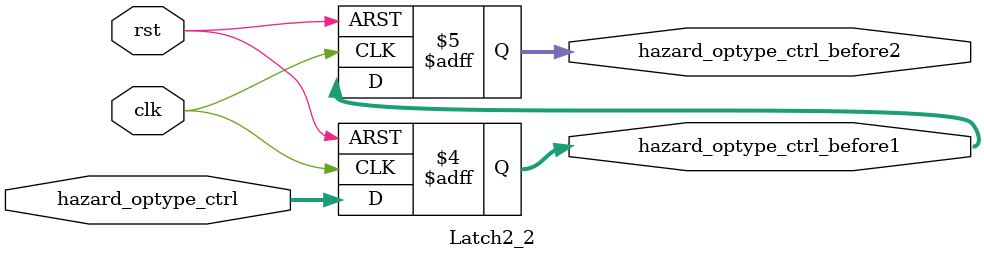
<source format=v>
`timescale 1ns / 1ps


module    Latch2_2(
                    input rst,
                    input clk,
                    input [1:0] hazard_optype_ctrl,
                    output reg [1:0] hazard_optype_ctrl_before1,
                    output reg [1:0] hazard_optype_ctrl_before2
                );
    
    initial hazard_optype_ctrl_before1 = 2'b00;
    initial hazard_optype_ctrl_before2 = 2'b00;

    always @(posedge clk or posedge rst) begin
        if(rst) begin
             hazard_optype_ctrl_before1 <= 2'b00;
             hazard_optype_ctrl_before2 <= 2'b00;
            end
        else begin
                hazard_optype_ctrl_before1 <= hazard_optype_ctrl;
                hazard_optype_ctrl_before2 <= hazard_optype_ctrl_before1;
            end
    end

endmodule
</source>
